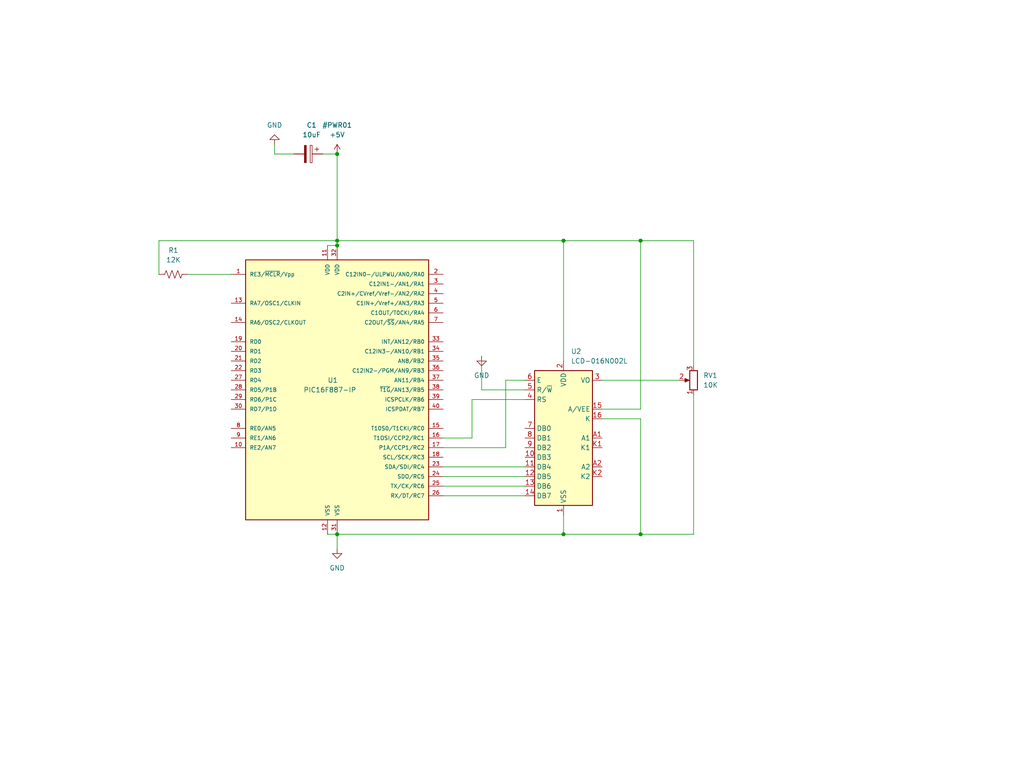
<source format=kicad_sch>
(kicad_sch (version 20230121) (generator eeschema)
  (paper "User" 270.002 200)
  (title_block (title "LCD16x2 Library Example with PIC16F887") (company "Ricardo Lima Caratti"))
  (lib_symbols
    (symbol "Device:C_Polarized" (pin_numbers hide) (pin_names (offset 0.254))
      (property "Reference" "C" (at 0.635 2.54 0))
      (property "Value" "C_Polarized" (at 0.635 -2.54 0))
      (symbol "C_Polarized_0_1"
        (rectangle (start -2.286 0.508) (end 2.286 1.016))
        (polyline (pts (xy -1.778 2.286) (xy -0.762 2.286)))
        (polyline (pts (xy -1.27 2.794) (xy -1.27 1.778)))
        (rectangle (start 2.286 -0.508) (end -2.286 -1.016) (fill (type outline)))
      )
      (symbol "C_Polarized_1_1"
        (pin passive line (at 0 3.81 270) (length 2.794) (name "~") (number "1"))
        (pin passive line (at 0 -3.81 90) (length 2.794) (name "~") (number "2"))
      )
    )
    (symbol "Device:R_Potentiometer" (pin_names (offset 1.016) hide)
      (property "Reference" "RV" (at -4.445 0 90))
      (property "Value" "R_Potentiometer" (at -2.54 0 90))
      (symbol "R_Potentiometer_0_1"
        (polyline (pts (xy 2.54 0) (xy 1.524 0)))
        (polyline (pts (xy 1.143 0) (xy 2.286 0.508) (xy 2.286 -0.508) (xy 1.143 0)) (fill (type outline)))
        (rectangle (start 1.016 2.54) (end -1.016 -2.54) (stroke (width 0.254)))
      )
      (symbol "R_Potentiometer_1_1"
        (pin passive line (at 0 3.81 270) (length 1.27) (name "1") (number "1"))
        (pin passive line (at 3.81 0 180) (length 1.27) (name "2") (number "2"))
        (pin passive line (at 0 -3.81 90) (length 1.27) (name "3") (number "3"))
      )
    )
    (symbol "Device:R_US" (pin_numbers hide) (pin_names (offset 0))
      (property "Reference" "R" (at 2.54 0 90))
      (property "Value" "R_US" (at -2.54 0 90))
      (symbol "R_US_0_1"
        (polyline (pts (xy 0 -2.286) (xy 0 -2.54)))
        (polyline (pts (xy 0 2.286) (xy 0 2.54)))
        (polyline (pts (xy 0 -0.762) (xy 1.016 -1.143) (xy 0 -1.524) (xy -1.016 -1.905) (xy 0 -2.286)))
        (polyline (pts (xy 0 0.762) (xy 1.016 0.381) (xy 0 0) (xy -1.016 -0.381) (xy 0 -0.762)))
        (polyline (pts (xy 0 2.286) (xy 1.016 1.905) (xy 0 1.524) (xy -1.016 1.143) (xy 0 0.762)))
      )
      (symbol "R_US_1_1"
        (pin passive line (at 0 3.81 270) (length 1.27) (name "~") (number "1"))
        (pin passive line (at 0 -3.81 90) (length 1.27) (name "~") (number "2"))
      )
    )
    (symbol "Display_Character:LCD-016N002L"
      (property "Reference" "U" (at -6.35 18.796 0))
      (property "Value" "LCD-016N002L" (at 8.636 18.796 0))
      (symbol "LCD-016N002L_1_1"
        (rectangle (start -7.62 17.78) (end 7.62 -17.78) (stroke (width 0.254)) (fill (type background)))
        (pin power_in line (at 0 -20.32 90) (length 2.54) (name "VSS") (number "1"))
        (pin bidirectional line (at -10.16 -5.08 0) (length 2.54) (name "DB3") (number "10"))
        (pin bidirectional line (at -10.16 -7.62 0) (length 2.54) (name "DB4") (number "11"))
        (pin bidirectional line (at -10.16 -10.16 0) (length 2.54) (name "DB5") (number "12"))
        (pin bidirectional line (at -10.16 -12.7 0) (length 2.54) (name "DB6") (number "13"))
        (pin bidirectional line (at -10.16 -15.24 0) (length 2.54) (name "DB7") (number "14"))
        (pin power_in line (at 10.16 7.62 180) (length 2.54) (name "A/VEE") (number "15"))
        (pin power_in line (at 10.16 5.08 180) (length 2.54) (name "K") (number "16"))
        (pin power_in line (at 0 20.32 270) (length 2.54) (name "VDD") (number "2"))
        (pin input line (at 10.16 15.24 180) (length 2.54) (name "VO") (number "3"))
        (pin input line (at -10.16 10.16 0) (length 2.54) (name "RS") (number "4"))
        (pin input line (at -10.16 12.7 0) (length 2.54) (name "R/~{W}") (number "5"))
        (pin input line (at -10.16 15.24 0) (length 2.54) (name "E") (number "6"))
        (pin bidirectional line (at -10.16 2.54 0) (length 2.54) (name "DB0") (number "7"))
        (pin bidirectional line (at -10.16 0 0) (length 2.54) (name "DB1") (number "8"))
        (pin bidirectional line (at -10.16 -2.54 0) (length 2.54) (name "DB2") (number "9"))
        (pin power_in line (at 10.16 0 180) (length 2.54) (name "A1") (number "A1"))
        (pin power_in line (at 10.16 -7.62 180) (length 2.54) (name "A2") (number "A2"))
        (pin power_in line (at 10.16 -2.54 180) (length 2.54) (name "K1") (number "K1"))
        (pin power_in line (at 10.16 -10.16 180) (length 2.54) (name "K2") (number "K2"))
      )
    )
    (symbol "MCU_Microchip_PIC16:PIC16F887-IP" (pin_names (offset 1.016))
      (property "Reference" "U" (at 6.35 38.1 0))
      (property "Value" "PIC16F887-IP" (at 6.35 35.56 0))
      (symbol "PIC16F887-IP_0_1"
        (rectangle (start -24.13 -34.29) (end 24.13 34.29) (stroke (width 0.254)) (fill (type background)))
      )
      (symbol "PIC16F887-IP_1_1"
        (pin input line (at -27.94 30.48 0) (length 3.81) (name "RE3/~{MCLR}/Vpp") (number "1"))
        (pin bidirectional line (at -27.94 -15.24 0) (length 3.81) (name "RE2/AN7") (number "10"))
        (pin power_in line (at -2.54 38.1 270) (length 3.81) (name "VDD") (number "11"))
        (pin power_in line (at -2.54 -38.1 90) (length 3.81) (name "VSS") (number "12"))
        (pin bidirectional line (at -27.94 22.86 0) (length 3.81) (name "RA7/OSC1/CLKIN") (number "13"))
        (pin bidirectional line (at -27.94 17.78 0) (length 3.81) (name "RA6/OSC2/CLKOUT") (number "14"))
        (pin bidirectional line (at 27.94 -10.16 180) (length 3.81) (name "T10S0/T1CKI/RC0") (number "15"))
        (pin bidirectional line (at 27.94 -12.7 180) (length 3.81) (name "T1OSI/CCP2/RC1") (number "16"))
        (pin bidirectional line (at 27.94 -15.24 180) (length 3.81) (name "P1A/CCP1/RC2") (number "17"))
        (pin bidirectional line (at 27.94 -17.78 180) (length 3.81) (name "SCL/SCK/RC3") (number "18"))
        (pin bidirectional line (at -27.94 12.7 0) (length 3.81) (name "RD0") (number "19"))
        (pin bidirectional line (at 27.94 30.48 180) (length 3.81) (name "C12IN0-/ULPWU/AN0/RA0") (number "2"))
        (pin bidirectional line (at -27.94 10.16 0) (length 3.81) (name "RD1") (number "20"))
        (pin bidirectional line (at -27.94 7.62 0) (length 3.81) (name "RD2") (number "21"))
        (pin bidirectional line (at -27.94 5.08 0) (length 3.81) (name "RD3") (number "22"))
        (pin bidirectional line (at 27.94 -20.32 180) (length 3.81) (name "SDA/SDI/RC4") (number "23"))
        (pin bidirectional line (at 27.94 -22.86 180) (length 3.81) (name "SDO/RC5") (number "24"))
        (pin bidirectional line (at 27.94 -25.4 180) (length 3.81) (name "TX/CK/RC6") (number "25"))
        (pin bidirectional line (at 27.94 -27.94 180) (length 3.81) (name "RX/DT/RC7") (number "26"))
        (pin bidirectional line (at -27.94 2.54 0) (length 3.81) (name "RD4") (number "27"))
        (pin bidirectional line (at -27.94 0 0) (length 3.81) (name "RD5/P1B") (number "28"))
        (pin bidirectional line (at -27.94 -2.54 0) (length 3.81) (name "RD6/P1C") (number "29"))
        (pin bidirectional line (at 27.94 27.94 180) (length 3.81) (name "C12IN1-/AN1/RA1") (number "3"))
        (pin bidirectional line (at -27.94 -5.08 0) (length 3.81) (name "RD7/P1D") (number "30"))
        (pin power_in line (at 0 -38.1 90) (length 3.81) (name "VSS") (number "31"))
        (pin power_in line (at 0 38.1 270) (length 3.81) (name "VDD") (number "32"))
        (pin bidirectional line (at 27.94 12.7 180) (length 3.81) (name "INT/AN12/RB0") (number "33"))
        (pin bidirectional line (at 27.94 10.16 180) (length 3.81) (name "C12IN3-/AN10/RB1") (number "34"))
        (pin bidirectional line (at 27.94 7.62 180) (length 3.81) (name "AN8/RB2") (number "35"))
        (pin bidirectional line (at 27.94 5.08 180) (length 3.81) (name "C12IN2-/PGM/AN9/RB3") (number "36"))
        (pin bidirectional line (at 27.94 2.54 180) (length 3.81) (name "AN11/RB4") (number "37"))
        (pin bidirectional line (at 27.94 0 180) (length 3.81) (name "~{T1G}/AN13/RB5") (number "38"))
        (pin bidirectional line (at 27.94 -2.54 180) (length 3.81) (name "ICSPCLK/RB6") (number "39"))
        (pin bidirectional line (at 27.94 25.4 180) (length 3.81) (name "C2IN+/CVref/Vref-/AN2/RA2") (number "4"))
        (pin bidirectional line (at 27.94 -5.08 180) (length 3.81) (name "ICSPDAT/RB7") (number "40"))
        (pin bidirectional line (at 27.94 22.86 180) (length 3.81) (name "C1IN+/Vref+/AN3/RA3") (number "5"))
        (pin bidirectional line (at 27.94 20.32 180) (length 3.81) (name "C1OUT/T0CKI/RA4") (number "6"))
        (pin bidirectional line (at 27.94 17.78 180) (length 3.81) (name "C2OUT/~{SS}/AN4/RA5") (number "7"))
        (pin bidirectional line (at -27.94 -10.16 0) (length 3.81) (name "RE0/AN5") (number "8"))
        (pin bidirectional line (at -27.94 -12.7 0) (length 3.81) (name "RE1/AN6") (number "9"))
      )
    )
    (symbol "power:+5V" (power) (pin_names (offset 0))
      (property "Value" "+5V" (at 0 3.556 0))
      (symbol "+5V_0_1"
        (polyline (pts (xy -0.762 1.27) (xy 0 2.54)))
        (polyline (pts (xy 0 0) (xy 0 2.54)))
        (polyline (pts (xy 0 2.54) (xy 0.762 1.27)))
      )
      (symbol "+5V_1_1"
        (pin power_in line (at 0 0 90) (length 0) hide (name "+5V") (number "1"))
      )
    )
    (symbol "power:GND" (power) (pin_names (offset 0))
      (property "Value" "GND" (at 0 -3.81 0))
      (symbol "GND_0_1"
        (polyline (pts (xy 0 0) (xy 0 -1.27) (xy 1.27 -1.27) (xy 0 -2.54) (xy -1.27 -1.27) (xy 0 -1.27)))
      )
      (symbol "GND_1_1"
        (pin power_in line (at 0 0 270) (length 0) hide (name "GND") (number "1"))
      )
    )
  )
  (junction (at 88.9 40.64))
  (junction (at 168.91 140.97))
  (junction (at 88.9 140.97))
  (junction (at 88.9 64.77))
  (junction (at 88.9 63.5))
  (junction (at 168.91 63.5))
  (junction (at 148.59 63.5))
  (junction (at 148.59 140.97))
  (wire (pts (xy 116.84 115.57) (xy 124.46 115.57)))
  (wire (pts (xy 158.75 110.49) (xy 168.91 110.49)))
  (wire (pts (xy 116.84 125.73) (xy 138.43 125.73)))
  (wire (pts (xy 138.43 105.41) (xy 124.46 105.41)))
  (wire (pts (xy 168.91 140.97) (xy 182.88 140.97)))
  (wire (pts (xy 86.36 64.77) (xy 88.9 64.77)))
  (wire (pts (xy 168.91 63.5) (xy 168.91 107.95)))
  (wire (pts (xy 41.91 63.5) (xy 88.9 63.5)))
  (wire (pts (xy 182.88 104.14) (xy 182.88 140.97)))
  (wire (pts (xy 148.59 135.89) (xy 148.59 140.97)))
  (wire (pts (xy 77.47 40.64) (xy 72.39 40.64)))
  (wire (pts (xy 148.59 95.25) (xy 148.59 63.5)))
  (wire (pts (xy 85.09 40.64) (xy 88.9 40.64)))
  (wire (pts (xy 116.84 123.19) (xy 138.43 123.19)))
  (wire (pts (xy 116.84 118.11) (xy 133.35 118.11)))
  (wire (pts (xy 138.43 102.87) (xy 127 102.87)))
  (wire (pts (xy 182.88 96.52) (xy 182.88 63.5)))
  (wire (pts (xy 133.35 100.33) (xy 133.35 118.11)))
  (wire (pts (xy 88.9 63.5) (xy 88.9 64.77)))
  (wire (pts (xy 86.36 140.97) (xy 88.9 140.97)))
  (wire (pts (xy 116.84 128.27) (xy 138.43 128.27)))
  (wire (pts (xy 168.91 110.49) (xy 168.91 140.97)))
  (wire (pts (xy 49.53 72.39) (xy 60.96 72.39)))
  (wire (pts (xy 88.9 140.97) (xy 88.9 144.78)))
  (wire (pts (xy 72.39 38.1) (xy 72.39 40.64)))
  (wire (pts (xy 158.75 107.95) (xy 168.91 107.95)))
  (wire (pts (xy 124.46 105.41) (xy 124.46 115.57)))
  (wire (pts (xy 148.59 63.5) (xy 168.91 63.5)))
  (wire (pts (xy 148.59 63.5) (xy 88.9 63.5)))
  (wire (pts (xy 127 102.87) (xy 127 93.98)))
  (wire (pts (xy 88.9 40.64) (xy 88.9 63.5)))
  (wire (pts (xy 138.43 100.33) (xy 133.35 100.33)))
  (wire (pts (xy 116.84 130.81) (xy 138.43 130.81)))
  (wire (pts (xy 148.59 140.97) (xy 168.91 140.97)))
  (wire (pts (xy 88.9 140.97) (xy 148.59 140.97)))
  (wire (pts (xy 158.75 100.33) (xy 179.07 100.33)))
  (wire (pts (xy 168.91 63.5) (xy 182.88 63.5)))
  (wire (pts (xy 41.91 72.39) (xy 41.91 63.5)))
  (symbol (lib_id "Display_Character:LCD-016N002L") (at 148.59 115.57 0) (unit 1)
    (property "Reference" "U2" (at 150.5459 92.71 0) (effects (justify left)))
    (property "Value" "LCD-016N002L" (at 150.5459 95.25 0) (effects (justify left)))
    (property "Footprint" "Display:LCD-016N002L" (effects hide))
    (property "Datasheet" "http://www.vishay.com/docs/37299/37299.pdf" (effects hide))
  )
  (symbol (lib_id "Device:R_US") (at 45.72 72.39 90) (unit 1)
    (property "Reference" "R1" (at 45.72 66.04 90))
    (property "Value" "12K" (at 45.72 68.58 90))
  )
  (symbol (lib_id "Device:C_Polarized") (at 81.28 40.64 270) (unit 1)
    (property "Reference" "C1" (at 82.169 33.02 90))
    (property "Value" "10uF" (at 82.169 35.56 90))
  )
  (symbol (lib_id "power:GND") (at 88.9 144.78 0) (unit 1)
    (property "Reference" "#PWR03" (effects hide))
    (property "Value" "GND" (at 88.9 149.86 0))
  )
  (symbol (lib_id "MCU_Microchip_PIC16:PIC16F887-IP") (at 88.9 102.87 0) (unit 1)
    (property "Reference" "U1" (at 86.36 100.33 0) (effects (justify left)))
    (property "Value" "PIC16F887-IP" (at 80.01 102.87 0) (effects (justify left)))
    (property "Datasheet" "http://ww1.microchip.com/downloads/en/DeviceDoc/41291D.pdf" (effects hide))
  )
  (symbol (lib_id "power:GND") (at 72.39 38.1 180) (unit 1)
    (property "Reference" "#PWR04" (effects hide))
    (property "Value" "GND" (at 72.39 33.02 0))
  )
  (symbol (lib_id "power:+5V") (at 88.9 40.64 0) (unit 1)
    (property "Reference" "#PWR01" (at 88.9 33.02 0))
    (property "Value" "+5V" (at 88.9 35.56 0))
  )
  (symbol (lib_id "power:GND") (at 127 93.98 0) (unit 1)
    (property "Reference" "#PWR02" (effects hide))
    (property "Value" "GND" (at 127 99.06 0))
  )
  (symbol (lib_id "Device:R_Potentiometer") (at 182.88 100.33 180) (unit 1)
    (property "Reference" "RV1" (at 185.42 99.06 0) (effects (justify right)))
    (property "Value" "10K" (at 185.42 101.6 0) (effects (justify right)))
  )
)
</source>
